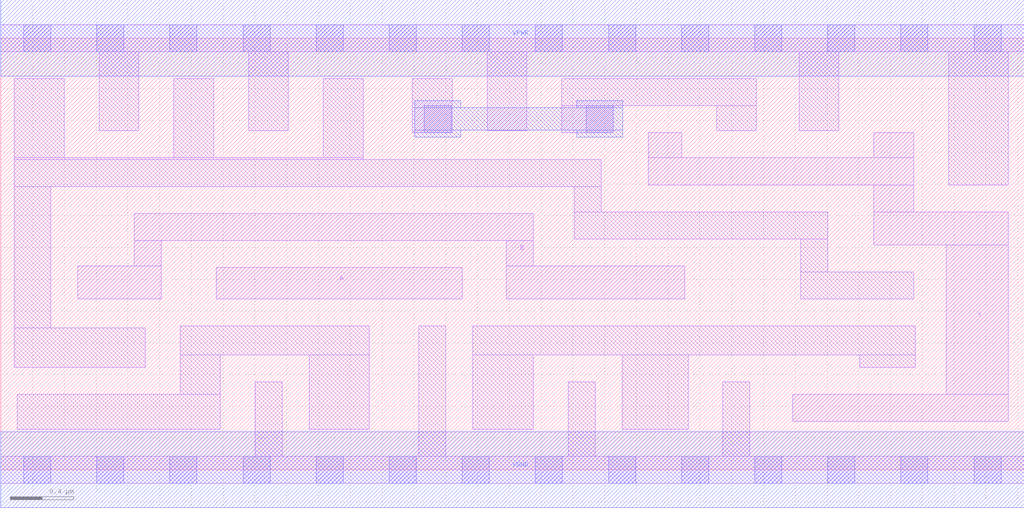
<source format=lef>
# Copyright 2020 The SkyWater PDK Authors
#
# Licensed under the Apache License, Version 2.0 (the "License");
# you may not use this file except in compliance with the License.
# You may obtain a copy of the License at
#
#     https://www.apache.org/licenses/LICENSE-2.0
#
# Unless required by applicable law or agreed to in writing, software
# distributed under the License is distributed on an "AS IS" BASIS,
# WITHOUT WARRANTIES OR CONDITIONS OF ANY KIND, either express or implied.
# See the License for the specific language governing permissions and
# limitations under the License.
#
# SPDX-License-Identifier: Apache-2.0

VERSION 5.7 ;
  NOWIREEXTENSIONATPIN ON ;
  DIVIDERCHAR "/" ;
  BUSBITCHARS "[]" ;
UNITS
  DATABASE MICRONS 200 ;
END UNITS
PROPERTYDEFINITIONS
  MACRO maskLayoutSubType STRING ;
  MACRO prCellType STRING ;
  MACRO originalViewName STRING ;
END PROPERTYDEFINITIONS
MACRO sky130_fd_sc_hdll__xnor2_2
  CLASS CORE ;
  FOREIGN sky130_fd_sc_hdll__xnor2_2 ;
  ORIGIN  0.000000  0.000000 ;
  SIZE  6.440000 BY  2.720000 ;
  SYMMETRY X Y R90 ;
  SITE unithd ;
  PIN A
    ANTENNAGATEAREA  1.110000 ;
    DIRECTION INPUT ;
    USE SIGNAL ;
    PORT
      LAYER li1 ;
        RECT 1.355000 1.075000 2.905000 1.275000 ;
    END
  END A
  PIN B
    ANTENNAGATEAREA  1.110000 ;
    DIRECTION INPUT ;
    USE SIGNAL ;
    PORT
      LAYER li1 ;
        RECT 0.485000 1.075000 1.010000 1.285000 ;
        RECT 0.840000 1.285000 1.010000 1.445000 ;
        RECT 0.840000 1.445000 3.350000 1.615000 ;
        RECT 3.180000 1.075000 4.305000 1.285000 ;
        RECT 3.180000 1.285000 3.350000 1.445000 ;
    END
  END B
  PIN Y
    ANTENNADIFFAREA  0.953000 ;
    DIRECTION OUTPUT ;
    USE SIGNAL ;
    PORT
      LAYER li1 ;
        RECT 4.075000 1.795000 5.745000 1.965000 ;
        RECT 4.075000 1.965000 4.285000 2.125000 ;
        RECT 4.985000 0.305000 6.340000 0.475000 ;
        RECT 5.495000 1.415000 6.340000 1.625000 ;
        RECT 5.495000 1.625000 5.745000 1.795000 ;
        RECT 5.495000 1.965000 5.745000 2.125000 ;
        RECT 5.950000 0.475000 6.340000 1.415000 ;
    END
  END Y
  PIN VGND
    DIRECTION INOUT ;
    USE GROUND ;
    PORT
      LAYER met1 ;
        RECT 0.000000 -0.240000 6.440000 0.240000 ;
    END
  END VGND
  PIN VPWR
    DIRECTION INOUT ;
    USE POWER ;
    PORT
      LAYER met1 ;
        RECT 0.000000 2.480000 6.440000 2.960000 ;
    END
  END VPWR
  OBS
    LAYER li1 ;
      RECT 0.000000 -0.085000 6.440000 0.085000 ;
      RECT 0.000000  2.635000 6.440000 2.805000 ;
      RECT 0.085000  0.645000 0.910000 0.895000 ;
      RECT 0.085000  0.895000 0.315000 1.785000 ;
      RECT 0.085000  1.785000 3.780000 1.955000 ;
      RECT 0.085000  1.955000 2.280000 1.965000 ;
      RECT 0.085000  1.965000 0.400000 2.465000 ;
      RECT 0.105000  0.255000 1.380000 0.475000 ;
      RECT 0.620000  2.135000 0.870000 2.635000 ;
      RECT 1.090000  1.965000 1.340000 2.465000 ;
      RECT 1.130000  0.475000 1.380000 0.725000 ;
      RECT 1.130000  0.725000 2.320000 0.905000 ;
      RECT 1.560000  2.135000 1.810000 2.635000 ;
      RECT 1.600000  0.085000 1.770000 0.555000 ;
      RECT 1.940000  0.255000 2.320000 0.725000 ;
      RECT 2.030000  1.965000 2.280000 2.465000 ;
      RECT 2.590000  2.125000 2.840000 2.465000 ;
      RECT 2.630000  0.085000 2.800000 0.905000 ;
      RECT 2.970000  0.255000 3.350000 0.725000 ;
      RECT 2.970000  0.725000 5.755000 0.905000 ;
      RECT 3.060000  2.135000 3.310000 2.635000 ;
      RECT 3.530000  2.125000 3.855000 2.295000 ;
      RECT 3.530000  2.295000 4.755000 2.465000 ;
      RECT 3.570000  0.085000 3.740000 0.555000 ;
      RECT 3.610000  1.455000 5.205000 1.625000 ;
      RECT 3.610000  1.625000 3.780000 1.785000 ;
      RECT 3.910000  0.255000 4.325000 0.725000 ;
      RECT 4.505000  2.135000 4.755000 2.295000 ;
      RECT 4.545000  0.085000 4.715000 0.555000 ;
      RECT 5.025000  2.135000 5.275000 2.635000 ;
      RECT 5.035000  1.075000 5.745000 1.245000 ;
      RECT 5.035000  1.245000 5.205000 1.455000 ;
      RECT 5.405000  0.645000 5.755000 0.725000 ;
      RECT 5.965000  1.795000 6.340000 2.635000 ;
    LAYER mcon ;
      RECT 0.145000 -0.085000 0.315000 0.085000 ;
      RECT 0.145000  2.635000 0.315000 2.805000 ;
      RECT 0.605000 -0.085000 0.775000 0.085000 ;
      RECT 0.605000  2.635000 0.775000 2.805000 ;
      RECT 1.065000 -0.085000 1.235000 0.085000 ;
      RECT 1.065000  2.635000 1.235000 2.805000 ;
      RECT 1.525000 -0.085000 1.695000 0.085000 ;
      RECT 1.525000  2.635000 1.695000 2.805000 ;
      RECT 1.985000 -0.085000 2.155000 0.085000 ;
      RECT 1.985000  2.635000 2.155000 2.805000 ;
      RECT 2.445000 -0.085000 2.615000 0.085000 ;
      RECT 2.445000  2.635000 2.615000 2.805000 ;
      RECT 2.665000  2.125000 2.835000 2.295000 ;
      RECT 2.905000 -0.085000 3.075000 0.085000 ;
      RECT 2.905000  2.635000 3.075000 2.805000 ;
      RECT 3.365000 -0.085000 3.535000 0.085000 ;
      RECT 3.365000  2.635000 3.535000 2.805000 ;
      RECT 3.685000  2.125000 3.855000 2.295000 ;
      RECT 3.825000 -0.085000 3.995000 0.085000 ;
      RECT 3.825000  2.635000 3.995000 2.805000 ;
      RECT 4.285000 -0.085000 4.455000 0.085000 ;
      RECT 4.285000  2.635000 4.455000 2.805000 ;
      RECT 4.745000 -0.085000 4.915000 0.085000 ;
      RECT 4.745000  2.635000 4.915000 2.805000 ;
      RECT 5.205000 -0.085000 5.375000 0.085000 ;
      RECT 5.205000  2.635000 5.375000 2.805000 ;
      RECT 5.665000 -0.085000 5.835000 0.085000 ;
      RECT 5.665000  2.635000 5.835000 2.805000 ;
      RECT 6.125000 -0.085000 6.295000 0.085000 ;
      RECT 6.125000  2.635000 6.295000 2.805000 ;
    LAYER met1 ;
      RECT 2.605000 2.095000 2.895000 2.140000 ;
      RECT 2.605000 2.140000 3.915000 2.280000 ;
      RECT 2.605000 2.280000 2.895000 2.325000 ;
      RECT 3.625000 2.095000 3.915000 2.140000 ;
      RECT 3.625000 2.280000 3.915000 2.325000 ;
  END
  PROPERTY maskLayoutSubType "abstract" ;
  PROPERTY prCellType "standard" ;
  PROPERTY originalViewName "layout" ;
END sky130_fd_sc_hdll__xnor2_2
END LIBRARY

</source>
